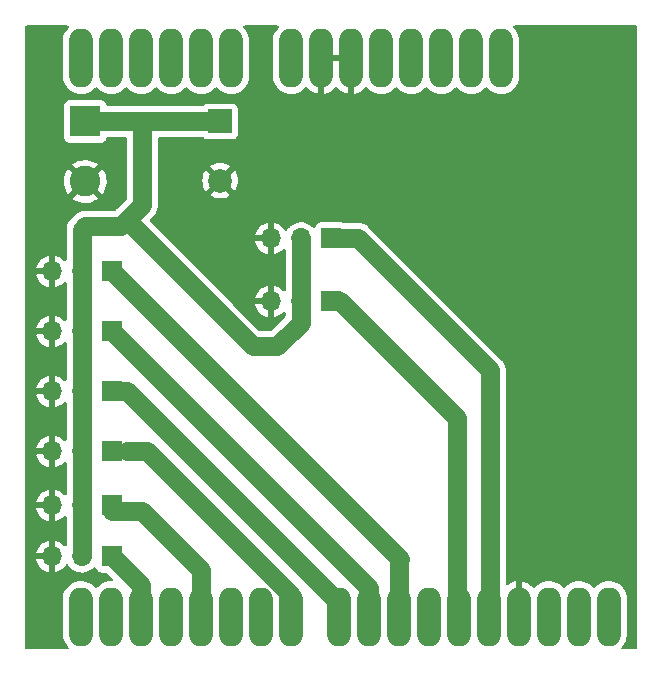
<source format=gbr>
%TF.GenerationSoftware,KiCad,Pcbnew,(6.0.10)*%
%TF.CreationDate,2023-02-13T14:00:59+04:00*%
%TF.ProjectId,servoShield,73657276-6f53-4686-9965-6c642e6b6963,rev?*%
%TF.SameCoordinates,Original*%
%TF.FileFunction,Copper,L2,Bot*%
%TF.FilePolarity,Positive*%
%FSLAX46Y46*%
G04 Gerber Fmt 4.6, Leading zero omitted, Abs format (unit mm)*
G04 Created by KiCad (PCBNEW (6.0.10)) date 2023-02-13 14:00:59*
%MOMM*%
%LPD*%
G01*
G04 APERTURE LIST*
%TA.AperFunction,ComponentPad*%
%ADD10R,1.700000X1.700000*%
%TD*%
%TA.AperFunction,ComponentPad*%
%ADD11O,1.700000X1.700000*%
%TD*%
%TA.AperFunction,ComponentPad*%
%ADD12R,2.000000X2.000000*%
%TD*%
%TA.AperFunction,ComponentPad*%
%ADD13C,2.000000*%
%TD*%
%TA.AperFunction,ComponentPad*%
%ADD14R,2.600000X2.600000*%
%TD*%
%TA.AperFunction,ComponentPad*%
%ADD15C,2.600000*%
%TD*%
%TA.AperFunction,ComponentPad*%
%ADD16O,2.040000X5.000000*%
%TD*%
%TA.AperFunction,Conductor*%
%ADD17C,1.600000*%
%TD*%
G04 APERTURE END LIST*
D10*
%TO.P,M3,1,PWM*%
%TO.N,Net-(A1-Pad22)*%
X118110000Y-63500000D03*
D11*
%TO.P,M3,2,+*%
%TO.N,Net-(BT1-Pad1)*%
X115570000Y-63500000D03*
%TO.P,M3,3,-*%
%TO.N,GND*%
X113030000Y-63500000D03*
%TD*%
D10*
%TO.P,M1,1,PWM*%
%TO.N,Net-(A1-Pad17)*%
X118095000Y-72390000D03*
D11*
%TO.P,M1,2,+*%
%TO.N,Net-(BT1-Pad1)*%
X115555000Y-72390000D03*
%TO.P,M1,3,-*%
%TO.N,GND*%
X113015000Y-72390000D03*
%TD*%
D10*
%TO.P,M2,1,PWM*%
%TO.N,Net-(A1-Pad19)*%
X118095000Y-68072000D03*
D11*
%TO.P,M2,2,+*%
%TO.N,Net-(BT1-Pad1)*%
X115555000Y-68072000D03*
%TO.P,M2,3,-*%
%TO.N,GND*%
X113015000Y-68072000D03*
%TD*%
D10*
%TO.P,M8,1,PWM*%
%TO.N,Net-(A1-Pad28)*%
X136637000Y-45466000D03*
D11*
%TO.P,M8,2,+*%
%TO.N,Net-(BT1-Pad1)*%
X134097000Y-45466000D03*
%TO.P,M8,3,-*%
%TO.N,GND*%
X131557000Y-45466000D03*
%TD*%
D10*
%TO.P,M4,1,PWM*%
%TO.N,Net-(A1-Pad23)*%
X118110000Y-58420000D03*
D11*
%TO.P,M4,2,+*%
%TO.N,Net-(BT1-Pad1)*%
X115570000Y-58420000D03*
%TO.P,M4,3,-*%
%TO.N,GND*%
X113030000Y-58420000D03*
%TD*%
D10*
%TO.P,M6,1,PWM*%
%TO.N,Net-(A1-Pad25)*%
X118110000Y-48260000D03*
D11*
%TO.P,M6,2,+*%
%TO.N,Net-(BT1-Pad1)*%
X115570000Y-48260000D03*
%TO.P,M6,3,-*%
%TO.N,GND*%
X113030000Y-48260000D03*
%TD*%
D10*
%TO.P,M7,1,PWM*%
%TO.N,Net-(A1-Pad27)*%
X136637000Y-50800000D03*
D11*
%TO.P,M7,2,+*%
%TO.N,Net-(BT1-Pad1)*%
X134097000Y-50800000D03*
%TO.P,M7,3,-*%
%TO.N,GND*%
X131557000Y-50800000D03*
%TD*%
D12*
%TO.P,C1,1*%
%TO.N,Net-(BT1-Pad1)*%
X127254000Y-35560000D03*
D13*
%TO.P,C1,2*%
%TO.N,GND*%
X127254000Y-40560000D03*
%TD*%
D14*
%TO.P,BT1,1,+*%
%TO.N,Net-(BT1-Pad1)*%
X115824000Y-35560000D03*
D15*
%TO.P,BT1,2,-*%
%TO.N,GND*%
X115824000Y-40640000D03*
%TD*%
D10*
%TO.P,M5,1,PWM*%
%TO.N,Net-(A1-Pad24)*%
X118110000Y-53340000D03*
D11*
%TO.P,M5,2,+*%
%TO.N,Net-(BT1-Pad1)*%
X115570000Y-53340000D03*
%TO.P,M5,3,-*%
%TO.N,GND*%
X113030000Y-53340000D03*
%TD*%
D16*
%TO.P,A1,1,NC*%
%TO.N,unconnected-(A1-Pad1)*%
X151026809Y-30218001D03*
%TO.P,A1,2,IOREF*%
%TO.N,unconnected-(A1-Pad2)*%
X148486809Y-30218001D03*
%TO.P,A1,3,~{RESET}*%
%TO.N,unconnected-(A1-Pad3)*%
X145946809Y-30218001D03*
%TO.P,A1,4,3V3*%
%TO.N,unconnected-(A1-Pad4)*%
X143406809Y-30218001D03*
%TO.P,A1,5,+5V*%
%TO.N,unconnected-(A1-Pad5)*%
X140866809Y-30218001D03*
%TO.P,A1,6,GND*%
%TO.N,GND*%
X138326809Y-30218001D03*
%TO.P,A1,7,GND*%
X135786809Y-30218001D03*
%TO.P,A1,8,VIN*%
%TO.N,unconnected-(A1-Pad8)*%
X133246809Y-30218001D03*
%TO.P,A1,9,A0*%
%TO.N,unconnected-(A1-Pad9)*%
X128166809Y-30218001D03*
%TO.P,A1,10,A1*%
%TO.N,unconnected-(A1-Pad10)*%
X125626809Y-30218001D03*
%TO.P,A1,11,A2*%
%TO.N,unconnected-(A1-Pad11)*%
X123086809Y-30218001D03*
%TO.P,A1,12,A3*%
%TO.N,unconnected-(A1-Pad12)*%
X120546809Y-30218001D03*
%TO.P,A1,13,SDA/A4*%
%TO.N,unconnected-(A1-Pad13)*%
X118006809Y-30218001D03*
%TO.P,A1,14,SCL/A5*%
%TO.N,unconnected-(A1-Pad14)*%
X115466809Y-30218001D03*
%TO.P,A1,15,D0/RX*%
%TO.N,unconnected-(A1-Pad15)*%
X115466809Y-77478001D03*
%TO.P,A1,16,D1/TX*%
%TO.N,unconnected-(A1-Pad16)*%
X118006809Y-77478001D03*
%TO.P,A1,17,D2*%
%TO.N,Net-(A1-Pad17)*%
X120546809Y-77478001D03*
%TO.P,A1,18,D3*%
%TO.N,unconnected-(A1-Pad18)*%
X123086809Y-77478001D03*
%TO.P,A1,19,D4*%
%TO.N,Net-(A1-Pad19)*%
X125626809Y-77478001D03*
%TO.P,A1,20,D5*%
%TO.N,unconnected-(A1-Pad20)*%
X128166809Y-77478001D03*
%TO.P,A1,21,D6*%
%TO.N,unconnected-(A1-Pad21)*%
X130706809Y-77478001D03*
%TO.P,A1,22,D7*%
%TO.N,Net-(A1-Pad22)*%
X133246809Y-77478001D03*
%TO.P,A1,23,D8*%
%TO.N,Net-(A1-Pad23)*%
X137306809Y-77478001D03*
%TO.P,A1,24,D9*%
%TO.N,Net-(A1-Pad24)*%
X139846809Y-77478001D03*
%TO.P,A1,25,D10*%
%TO.N,Net-(A1-Pad25)*%
X142386809Y-77478001D03*
%TO.P,A1,26,D11*%
%TO.N,unconnected-(A1-Pad26)*%
X144926809Y-77478001D03*
%TO.P,A1,27,D12*%
%TO.N,Net-(A1-Pad27)*%
X147466809Y-77478001D03*
%TO.P,A1,28,D13*%
%TO.N,Net-(A1-Pad28)*%
X150006809Y-77478001D03*
%TO.P,A1,29,GND*%
%TO.N,GND*%
X152546809Y-77478001D03*
%TO.P,A1,30,AREF*%
%TO.N,unconnected-(A1-Pad30)*%
X155086809Y-77478001D03*
%TO.P,A1,31,SDA/A4*%
%TO.N,unconnected-(A1-Pad31)*%
X157626809Y-77478001D03*
%TO.P,A1,32,SCL/A5*%
%TO.N,unconnected-(A1-Pad32)*%
X160166809Y-77478001D03*
%TD*%
D17*
%TO.N,Net-(BT1-Pad1)*%
X118872000Y-44450000D02*
X115824000Y-44450000D01*
X115824000Y-44450000D02*
X115555000Y-44719000D01*
X130048000Y-54610000D02*
X119380000Y-43942000D01*
X120650000Y-42672000D02*
X119888000Y-43434000D01*
X120650000Y-35560000D02*
X120650000Y-42672000D01*
X134097000Y-52593000D02*
X132080000Y-54610000D01*
X134097000Y-50800000D02*
X134097000Y-52593000D01*
X119380000Y-43942000D02*
X118872000Y-44450000D01*
X132080000Y-54610000D02*
X130048000Y-54610000D01*
X120650000Y-35560000D02*
X127254000Y-35560000D01*
X115824000Y-35560000D02*
X120650000Y-35560000D01*
X119888000Y-43434000D02*
X119380000Y-43942000D01*
X115555000Y-44719000D02*
X115555000Y-72390000D01*
X134097000Y-45466000D02*
X134097000Y-50800000D01*
%TO.N,Net-(A1-Pad17)*%
X120546809Y-77978001D02*
X120546809Y-74841809D01*
X120546809Y-74841809D02*
X118095000Y-72390000D01*
%TO.N,Net-(A1-Pad19)*%
X125626809Y-73556809D02*
X120650000Y-68580000D01*
X120650000Y-68580000D02*
X118110000Y-68580000D01*
X125626809Y-77978001D02*
X125626809Y-73556809D01*
%TO.N,Net-(A1-Pad22)*%
X119380000Y-63500000D02*
X121065519Y-63500000D01*
X121065519Y-63500000D02*
X133246809Y-75681290D01*
X133246809Y-75681290D02*
X133246809Y-77978001D01*
%TO.N,Net-(A1-Pad23)*%
X137306809Y-76346809D02*
X119380000Y-58420000D01*
X119380000Y-58420000D02*
X118110000Y-58420000D01*
X137306809Y-77978001D02*
X137306809Y-76346809D01*
%TO.N,Net-(A1-Pad24)*%
X139846809Y-75076809D02*
X118110000Y-53340000D01*
X139846809Y-77978001D02*
X139846809Y-75076809D01*
%TO.N,Net-(A1-Pad25)*%
X118110000Y-48260000D02*
X142494000Y-72644000D01*
X142386809Y-72751191D02*
X142386809Y-77978001D01*
X142494000Y-72644000D02*
X142386809Y-72751191D01*
%TO.N,Net-(A1-Pad27)*%
X137414000Y-50800000D02*
X136637000Y-50800000D01*
X147320000Y-60706000D02*
X137414000Y-50800000D01*
X147320000Y-77831192D02*
X147320000Y-60706000D01*
X147466809Y-77978001D02*
X147320000Y-77831192D01*
%TO.N,Net-(A1-Pad28)*%
X138938000Y-45466000D02*
X136637000Y-45466000D01*
X150114000Y-76454000D02*
X150114000Y-56642000D01*
X150006809Y-77978001D02*
X150006809Y-76561191D01*
X150006809Y-76561191D02*
X150114000Y-76454000D01*
X150114000Y-56642000D02*
X138938000Y-45466000D01*
%TD*%
%TA.AperFunction,Conductor*%
%TO.N,GND*%
G36*
X114374177Y-27452502D02*
G01*
X114420670Y-27506158D01*
X114430774Y-27576432D01*
X114401280Y-27641012D01*
X114392629Y-27650048D01*
X114330902Y-27708421D01*
X114327216Y-27711907D01*
X114324138Y-27715933D01*
X114324137Y-27715934D01*
X114260233Y-27799518D01*
X114177823Y-27907306D01*
X114061591Y-28124077D01*
X113981513Y-28356642D01*
X113939647Y-28599018D01*
X113938309Y-28628484D01*
X113938309Y-31759810D01*
X113938511Y-31762318D01*
X113938511Y-31762323D01*
X113944833Y-31840891D01*
X113953062Y-31943174D01*
X114011733Y-32182040D01*
X114107840Y-32408453D01*
X114238909Y-32616588D01*
X114401569Y-32801089D01*
X114591635Y-32957211D01*
X114596003Y-32959753D01*
X114799068Y-33077940D01*
X114804217Y-33080937D01*
X114808940Y-33082750D01*
X115029117Y-33167268D01*
X115029120Y-33167269D01*
X115033846Y-33169083D01*
X115274614Y-33219382D01*
X115279663Y-33219611D01*
X115279669Y-33219612D01*
X115391788Y-33224703D01*
X115520326Y-33230540D01*
X115525346Y-33229959D01*
X115525350Y-33229959D01*
X115759635Y-33202851D01*
X115759639Y-33202850D01*
X115764662Y-33202269D01*
X115769527Y-33200892D01*
X115769529Y-33200892D01*
X115996472Y-33136674D01*
X115996471Y-33136674D01*
X116001335Y-33135298D01*
X116224256Y-33031348D01*
X116228432Y-33028510D01*
X116228439Y-33028506D01*
X116423502Y-32895941D01*
X116423506Y-32895938D01*
X116427689Y-32893095D01*
X116606402Y-32724095D01*
X116637374Y-32683586D01*
X116694638Y-32641619D01*
X116765501Y-32637273D01*
X116831983Y-32676788D01*
X116941569Y-32801089D01*
X117131635Y-32957211D01*
X117136003Y-32959753D01*
X117339068Y-33077940D01*
X117344217Y-33080937D01*
X117348940Y-33082750D01*
X117569117Y-33167268D01*
X117569120Y-33167269D01*
X117573846Y-33169083D01*
X117814614Y-33219382D01*
X117819663Y-33219611D01*
X117819669Y-33219612D01*
X117931788Y-33224703D01*
X118060326Y-33230540D01*
X118065346Y-33229959D01*
X118065350Y-33229959D01*
X118299635Y-33202851D01*
X118299639Y-33202850D01*
X118304662Y-33202269D01*
X118309527Y-33200892D01*
X118309529Y-33200892D01*
X118536472Y-33136674D01*
X118536471Y-33136674D01*
X118541335Y-33135298D01*
X118764256Y-33031348D01*
X118768432Y-33028510D01*
X118768439Y-33028506D01*
X118963502Y-32895941D01*
X118963506Y-32895938D01*
X118967689Y-32893095D01*
X119146402Y-32724095D01*
X119177374Y-32683586D01*
X119234638Y-32641619D01*
X119305501Y-32637273D01*
X119371983Y-32676788D01*
X119481569Y-32801089D01*
X119671635Y-32957211D01*
X119676003Y-32959753D01*
X119879068Y-33077940D01*
X119884217Y-33080937D01*
X119888940Y-33082750D01*
X120109117Y-33167268D01*
X120109120Y-33167269D01*
X120113846Y-33169083D01*
X120354614Y-33219382D01*
X120359663Y-33219611D01*
X120359669Y-33219612D01*
X120471788Y-33224703D01*
X120600326Y-33230540D01*
X120605346Y-33229959D01*
X120605350Y-33229959D01*
X120839635Y-33202851D01*
X120839639Y-33202850D01*
X120844662Y-33202269D01*
X120849527Y-33200892D01*
X120849529Y-33200892D01*
X121076472Y-33136674D01*
X121076471Y-33136674D01*
X121081335Y-33135298D01*
X121304256Y-33031348D01*
X121308432Y-33028510D01*
X121308439Y-33028506D01*
X121503502Y-32895941D01*
X121503506Y-32895938D01*
X121507689Y-32893095D01*
X121686402Y-32724095D01*
X121717374Y-32683586D01*
X121774638Y-32641619D01*
X121845501Y-32637273D01*
X121911983Y-32676788D01*
X122021569Y-32801089D01*
X122211635Y-32957211D01*
X122216003Y-32959753D01*
X122419068Y-33077940D01*
X122424217Y-33080937D01*
X122428940Y-33082750D01*
X122649117Y-33167268D01*
X122649120Y-33167269D01*
X122653846Y-33169083D01*
X122894614Y-33219382D01*
X122899663Y-33219611D01*
X122899669Y-33219612D01*
X123011788Y-33224703D01*
X123140326Y-33230540D01*
X123145346Y-33229959D01*
X123145350Y-33229959D01*
X123379635Y-33202851D01*
X123379639Y-33202850D01*
X123384662Y-33202269D01*
X123389527Y-33200892D01*
X123389529Y-33200892D01*
X123616472Y-33136674D01*
X123616471Y-33136674D01*
X123621335Y-33135298D01*
X123844256Y-33031348D01*
X123848432Y-33028510D01*
X123848439Y-33028506D01*
X124043502Y-32895941D01*
X124043506Y-32895938D01*
X124047689Y-32893095D01*
X124226402Y-32724095D01*
X124257374Y-32683586D01*
X124314638Y-32641619D01*
X124385501Y-32637273D01*
X124451983Y-32676788D01*
X124561569Y-32801089D01*
X124751635Y-32957211D01*
X124756003Y-32959753D01*
X124959068Y-33077940D01*
X124964217Y-33080937D01*
X124968940Y-33082750D01*
X125189117Y-33167268D01*
X125189120Y-33167269D01*
X125193846Y-33169083D01*
X125434614Y-33219382D01*
X125439663Y-33219611D01*
X125439669Y-33219612D01*
X125551788Y-33224703D01*
X125680326Y-33230540D01*
X125685346Y-33229959D01*
X125685350Y-33229959D01*
X125919635Y-33202851D01*
X125919639Y-33202850D01*
X125924662Y-33202269D01*
X125929527Y-33200892D01*
X125929529Y-33200892D01*
X126156472Y-33136674D01*
X126156471Y-33136674D01*
X126161335Y-33135298D01*
X126384256Y-33031348D01*
X126388432Y-33028510D01*
X126388439Y-33028506D01*
X126583502Y-32895941D01*
X126583506Y-32895938D01*
X126587689Y-32893095D01*
X126766402Y-32724095D01*
X126797374Y-32683586D01*
X126854638Y-32641619D01*
X126925501Y-32637273D01*
X126991983Y-32676788D01*
X127101569Y-32801089D01*
X127291635Y-32957211D01*
X127296003Y-32959753D01*
X127499068Y-33077940D01*
X127504217Y-33080937D01*
X127508940Y-33082750D01*
X127729117Y-33167268D01*
X127729120Y-33167269D01*
X127733846Y-33169083D01*
X127974614Y-33219382D01*
X127979663Y-33219611D01*
X127979669Y-33219612D01*
X128091788Y-33224703D01*
X128220326Y-33230540D01*
X128225346Y-33229959D01*
X128225350Y-33229959D01*
X128459635Y-33202851D01*
X128459639Y-33202850D01*
X128464662Y-33202269D01*
X128469527Y-33200892D01*
X128469529Y-33200892D01*
X128696472Y-33136674D01*
X128696471Y-33136674D01*
X128701335Y-33135298D01*
X128924256Y-33031348D01*
X128928432Y-33028510D01*
X128928439Y-33028506D01*
X129123502Y-32895941D01*
X129123506Y-32895938D01*
X129127689Y-32893095D01*
X129306402Y-32724095D01*
X129337685Y-32683179D01*
X129452717Y-32532722D01*
X129452717Y-32532721D01*
X129455795Y-32528696D01*
X129572027Y-32311925D01*
X129652105Y-32079360D01*
X129693971Y-31836984D01*
X129695309Y-31807518D01*
X129695309Y-28676192D01*
X129695107Y-28673679D01*
X129680962Y-28497869D01*
X129680961Y-28497864D01*
X129680556Y-28492828D01*
X129621885Y-28253962D01*
X129525778Y-28027549D01*
X129394709Y-27819414D01*
X129303479Y-27715934D01*
X129238143Y-27641825D01*
X129208098Y-27577500D01*
X129217599Y-27507142D01*
X129263631Y-27453090D01*
X129332657Y-27432500D01*
X132086056Y-27432500D01*
X132154177Y-27452502D01*
X132200670Y-27506158D01*
X132210774Y-27576432D01*
X132181280Y-27641012D01*
X132172629Y-27650048D01*
X132110902Y-27708421D01*
X132107216Y-27711907D01*
X132104138Y-27715933D01*
X132104137Y-27715934D01*
X132040233Y-27799518D01*
X131957823Y-27907306D01*
X131841591Y-28124077D01*
X131761513Y-28356642D01*
X131719647Y-28599018D01*
X131718309Y-28628484D01*
X131718309Y-31759810D01*
X131718511Y-31762318D01*
X131718511Y-31762323D01*
X131724833Y-31840891D01*
X131733062Y-31943174D01*
X131791733Y-32182040D01*
X131887840Y-32408453D01*
X132018909Y-32616588D01*
X132181569Y-32801089D01*
X132371635Y-32957211D01*
X132376003Y-32959753D01*
X132579068Y-33077940D01*
X132584217Y-33080937D01*
X132588940Y-33082750D01*
X132809117Y-33167268D01*
X132809120Y-33167269D01*
X132813846Y-33169083D01*
X133054614Y-33219382D01*
X133059663Y-33219611D01*
X133059669Y-33219612D01*
X133171788Y-33224703D01*
X133300326Y-33230540D01*
X133305346Y-33229959D01*
X133305350Y-33229959D01*
X133539635Y-33202851D01*
X133539639Y-33202850D01*
X133544662Y-33202269D01*
X133549527Y-33200892D01*
X133549529Y-33200892D01*
X133776472Y-33136674D01*
X133776471Y-33136674D01*
X133781335Y-33135298D01*
X134004256Y-33031348D01*
X134008432Y-33028510D01*
X134008439Y-33028506D01*
X134203502Y-32895941D01*
X134203506Y-32895938D01*
X134207689Y-32893095D01*
X134386402Y-32724095D01*
X134417685Y-32683178D01*
X134474949Y-32641212D01*
X134545812Y-32636867D01*
X134612294Y-32676384D01*
X134718574Y-32796935D01*
X134725826Y-32803938D01*
X134908012Y-32953587D01*
X134916290Y-32959341D01*
X135120063Y-33077940D01*
X135129158Y-33082297D01*
X135349268Y-33166790D01*
X135358940Y-33169636D01*
X135515073Y-33202254D01*
X135529134Y-33201131D01*
X135532809Y-33191023D01*
X135532809Y-33188725D01*
X136040809Y-33188725D01*
X136044945Y-33202811D01*
X136057923Y-33204860D01*
X136079543Y-33202358D01*
X136089433Y-33200399D01*
X136316291Y-33136205D01*
X136325742Y-33132690D01*
X136539426Y-33033049D01*
X136548190Y-33028070D01*
X136743186Y-32895549D01*
X136751051Y-32889225D01*
X136922348Y-32727239D01*
X136929102Y-32719737D01*
X136957346Y-32682796D01*
X137014611Y-32640829D01*
X137085474Y-32636484D01*
X137151956Y-32676001D01*
X137258574Y-32796935D01*
X137265826Y-32803938D01*
X137448012Y-32953587D01*
X137456290Y-32959341D01*
X137660063Y-33077940D01*
X137669158Y-33082297D01*
X137889268Y-33166790D01*
X137898940Y-33169636D01*
X138055073Y-33202254D01*
X138069134Y-33201131D01*
X138072809Y-33191023D01*
X138072809Y-30490116D01*
X138068334Y-30474877D01*
X138066944Y-30473672D01*
X138059261Y-30472001D01*
X136058924Y-30472001D01*
X136043685Y-30476476D01*
X136042480Y-30477866D01*
X136040809Y-30485549D01*
X136040809Y-33188725D01*
X135532809Y-33188725D01*
X135532809Y-30090001D01*
X135552811Y-30021880D01*
X135606467Y-29975387D01*
X135658809Y-29964001D01*
X138454809Y-29964001D01*
X138522930Y-29984003D01*
X138569423Y-30037659D01*
X138580809Y-30090001D01*
X138580809Y-33188725D01*
X138584945Y-33202811D01*
X138597923Y-33204860D01*
X138619543Y-33202358D01*
X138629433Y-33200399D01*
X138856291Y-33136205D01*
X138865742Y-33132690D01*
X139079426Y-33033049D01*
X139088190Y-33028070D01*
X139283186Y-32895549D01*
X139291051Y-32889225D01*
X139462348Y-32727239D01*
X139469107Y-32719732D01*
X139497036Y-32683202D01*
X139554300Y-32641234D01*
X139625164Y-32636889D01*
X139691646Y-32676406D01*
X139801569Y-32801089D01*
X139991635Y-32957211D01*
X139996003Y-32959753D01*
X140199068Y-33077940D01*
X140204217Y-33080937D01*
X140208940Y-33082750D01*
X140429117Y-33167268D01*
X140429120Y-33167269D01*
X140433846Y-33169083D01*
X140674614Y-33219382D01*
X140679663Y-33219611D01*
X140679669Y-33219612D01*
X140791788Y-33224703D01*
X140920326Y-33230540D01*
X140925346Y-33229959D01*
X140925350Y-33229959D01*
X141159635Y-33202851D01*
X141159639Y-33202850D01*
X141164662Y-33202269D01*
X141169527Y-33200892D01*
X141169529Y-33200892D01*
X141396472Y-33136674D01*
X141396471Y-33136674D01*
X141401335Y-33135298D01*
X141624256Y-33031348D01*
X141628432Y-33028510D01*
X141628439Y-33028506D01*
X141823502Y-32895941D01*
X141823506Y-32895938D01*
X141827689Y-32893095D01*
X142006402Y-32724095D01*
X142037374Y-32683586D01*
X142094638Y-32641619D01*
X142165501Y-32637273D01*
X142231983Y-32676788D01*
X142341569Y-32801089D01*
X142531635Y-32957211D01*
X142536003Y-32959753D01*
X142739068Y-33077940D01*
X142744217Y-33080937D01*
X142748940Y-33082750D01*
X142969117Y-33167268D01*
X142969120Y-33167269D01*
X142973846Y-33169083D01*
X143214614Y-33219382D01*
X143219663Y-33219611D01*
X143219669Y-33219612D01*
X143331788Y-33224703D01*
X143460326Y-33230540D01*
X143465346Y-33229959D01*
X143465350Y-33229959D01*
X143699635Y-33202851D01*
X143699639Y-33202850D01*
X143704662Y-33202269D01*
X143709527Y-33200892D01*
X143709529Y-33200892D01*
X143936472Y-33136674D01*
X143936471Y-33136674D01*
X143941335Y-33135298D01*
X144164256Y-33031348D01*
X144168432Y-33028510D01*
X144168439Y-33028506D01*
X144363502Y-32895941D01*
X144363506Y-32895938D01*
X144367689Y-32893095D01*
X144546402Y-32724095D01*
X144577374Y-32683586D01*
X144634638Y-32641619D01*
X144705501Y-32637273D01*
X144771983Y-32676788D01*
X144881569Y-32801089D01*
X145071635Y-32957211D01*
X145076003Y-32959753D01*
X145279068Y-33077940D01*
X145284217Y-33080937D01*
X145288940Y-33082750D01*
X145509117Y-33167268D01*
X145509120Y-33167269D01*
X145513846Y-33169083D01*
X145754614Y-33219382D01*
X145759663Y-33219611D01*
X145759669Y-33219612D01*
X145871788Y-33224703D01*
X146000326Y-33230540D01*
X146005346Y-33229959D01*
X146005350Y-33229959D01*
X146239635Y-33202851D01*
X146239639Y-33202850D01*
X146244662Y-33202269D01*
X146249527Y-33200892D01*
X146249529Y-33200892D01*
X146476472Y-33136674D01*
X146476471Y-33136674D01*
X146481335Y-33135298D01*
X146704256Y-33031348D01*
X146708432Y-33028510D01*
X146708439Y-33028506D01*
X146903502Y-32895941D01*
X146903506Y-32895938D01*
X146907689Y-32893095D01*
X147086402Y-32724095D01*
X147117374Y-32683586D01*
X147174638Y-32641619D01*
X147245501Y-32637273D01*
X147311983Y-32676788D01*
X147421569Y-32801089D01*
X147611635Y-32957211D01*
X147616003Y-32959753D01*
X147819068Y-33077940D01*
X147824217Y-33080937D01*
X147828940Y-33082750D01*
X148049117Y-33167268D01*
X148049120Y-33167269D01*
X148053846Y-33169083D01*
X148294614Y-33219382D01*
X148299663Y-33219611D01*
X148299669Y-33219612D01*
X148411788Y-33224703D01*
X148540326Y-33230540D01*
X148545346Y-33229959D01*
X148545350Y-33229959D01*
X148779635Y-33202851D01*
X148779639Y-33202850D01*
X148784662Y-33202269D01*
X148789527Y-33200892D01*
X148789529Y-33200892D01*
X149016472Y-33136674D01*
X149016471Y-33136674D01*
X149021335Y-33135298D01*
X149244256Y-33031348D01*
X149248432Y-33028510D01*
X149248439Y-33028506D01*
X149443502Y-32895941D01*
X149443506Y-32895938D01*
X149447689Y-32893095D01*
X149626402Y-32724095D01*
X149657374Y-32683586D01*
X149714638Y-32641619D01*
X149785501Y-32637273D01*
X149851983Y-32676788D01*
X149961569Y-32801089D01*
X150151635Y-32957211D01*
X150156003Y-32959753D01*
X150359068Y-33077940D01*
X150364217Y-33080937D01*
X150368940Y-33082750D01*
X150589117Y-33167268D01*
X150589120Y-33167269D01*
X150593846Y-33169083D01*
X150834614Y-33219382D01*
X150839663Y-33219611D01*
X150839669Y-33219612D01*
X150951788Y-33224703D01*
X151080326Y-33230540D01*
X151085346Y-33229959D01*
X151085350Y-33229959D01*
X151319635Y-33202851D01*
X151319639Y-33202850D01*
X151324662Y-33202269D01*
X151329527Y-33200892D01*
X151329529Y-33200892D01*
X151556472Y-33136674D01*
X151556471Y-33136674D01*
X151561335Y-33135298D01*
X151784256Y-33031348D01*
X151788432Y-33028510D01*
X151788439Y-33028506D01*
X151983502Y-32895941D01*
X151983506Y-32895938D01*
X151987689Y-32893095D01*
X152166402Y-32724095D01*
X152197685Y-32683179D01*
X152312717Y-32532722D01*
X152312717Y-32532721D01*
X152315795Y-32528696D01*
X152432027Y-32311925D01*
X152512105Y-32079360D01*
X152553971Y-31836984D01*
X152555309Y-31807518D01*
X152555309Y-28676192D01*
X152555107Y-28673679D01*
X152540962Y-28497869D01*
X152540961Y-28497864D01*
X152540556Y-28492828D01*
X152481885Y-28253962D01*
X152385778Y-28027549D01*
X152254709Y-27819414D01*
X152163479Y-27715934D01*
X152098143Y-27641825D01*
X152068098Y-27577500D01*
X152077599Y-27507142D01*
X152123631Y-27453090D01*
X152192657Y-27432500D01*
X162433500Y-27432500D01*
X162501621Y-27452502D01*
X162548114Y-27506158D01*
X162559500Y-27558500D01*
X162559500Y-80137500D01*
X162539498Y-80205621D01*
X162485842Y-80252114D01*
X162433500Y-80263500D01*
X161327564Y-80263500D01*
X161259443Y-80243498D01*
X161212950Y-80189842D01*
X161202846Y-80119568D01*
X161232340Y-80054988D01*
X161240991Y-80045952D01*
X161302716Y-79987581D01*
X161302718Y-79987579D01*
X161306402Y-79984095D01*
X161337685Y-79943179D01*
X161452717Y-79792722D01*
X161452717Y-79792721D01*
X161455795Y-79788696D01*
X161572027Y-79571925D01*
X161652105Y-79339360D01*
X161693971Y-79096984D01*
X161695309Y-79067518D01*
X161695309Y-75936192D01*
X161692548Y-75901877D01*
X161680962Y-75757869D01*
X161680961Y-75757864D01*
X161680556Y-75752828D01*
X161621885Y-75513962D01*
X161525778Y-75287549D01*
X161435499Y-75144187D01*
X161397405Y-75083695D01*
X161397404Y-75083694D01*
X161394709Y-75079414D01*
X161232049Y-74894913D01*
X161041983Y-74738791D01*
X160911681Y-74662953D01*
X160833769Y-74617607D01*
X160833767Y-74617606D01*
X160829401Y-74615065D01*
X160824678Y-74613252D01*
X160604501Y-74528734D01*
X160604498Y-74528733D01*
X160599772Y-74526919D01*
X160359004Y-74476620D01*
X160353955Y-74476391D01*
X160353949Y-74476390D01*
X160241830Y-74471299D01*
X160113292Y-74465462D01*
X160108272Y-74466043D01*
X160108268Y-74466043D01*
X159873983Y-74493151D01*
X159873979Y-74493152D01*
X159868956Y-74493733D01*
X159864091Y-74495110D01*
X159864089Y-74495110D01*
X159727739Y-74533693D01*
X159632283Y-74560704D01*
X159409362Y-74664654D01*
X159405186Y-74667492D01*
X159405179Y-74667496D01*
X159210116Y-74800061D01*
X159210112Y-74800064D01*
X159205929Y-74802907D01*
X159027216Y-74971907D01*
X158996245Y-75012416D01*
X158938980Y-75054383D01*
X158868117Y-75058729D01*
X158801635Y-75019214D01*
X158692049Y-74894913D01*
X158501983Y-74738791D01*
X158371681Y-74662953D01*
X158293769Y-74617607D01*
X158293767Y-74617606D01*
X158289401Y-74615065D01*
X158284678Y-74613252D01*
X158064501Y-74528734D01*
X158064498Y-74528733D01*
X158059772Y-74526919D01*
X157819004Y-74476620D01*
X157813955Y-74476391D01*
X157813949Y-74476390D01*
X157701830Y-74471299D01*
X157573292Y-74465462D01*
X157568272Y-74466043D01*
X157568268Y-74466043D01*
X157333983Y-74493151D01*
X157333979Y-74493152D01*
X157328956Y-74493733D01*
X157324091Y-74495110D01*
X157324089Y-74495110D01*
X157187739Y-74533693D01*
X157092283Y-74560704D01*
X156869362Y-74664654D01*
X156865186Y-74667492D01*
X156865179Y-74667496D01*
X156670116Y-74800061D01*
X156670112Y-74800064D01*
X156665929Y-74802907D01*
X156487216Y-74971907D01*
X156456245Y-75012416D01*
X156398980Y-75054383D01*
X156328117Y-75058729D01*
X156261635Y-75019214D01*
X156152049Y-74894913D01*
X155961983Y-74738791D01*
X155831681Y-74662953D01*
X155753769Y-74617607D01*
X155753767Y-74617606D01*
X155749401Y-74615065D01*
X155744678Y-74613252D01*
X155524501Y-74528734D01*
X155524498Y-74528733D01*
X155519772Y-74526919D01*
X155279004Y-74476620D01*
X155273955Y-74476391D01*
X155273949Y-74476390D01*
X155161830Y-74471299D01*
X155033292Y-74465462D01*
X155028272Y-74466043D01*
X155028268Y-74466043D01*
X154793983Y-74493151D01*
X154793979Y-74493152D01*
X154788956Y-74493733D01*
X154784091Y-74495110D01*
X154784089Y-74495110D01*
X154647739Y-74533693D01*
X154552283Y-74560704D01*
X154329362Y-74664654D01*
X154325186Y-74667492D01*
X154325179Y-74667496D01*
X154130116Y-74800061D01*
X154130112Y-74800064D01*
X154125929Y-74802907D01*
X153947216Y-74971907D01*
X153916245Y-75012416D01*
X153915934Y-75012823D01*
X153858669Y-75054790D01*
X153787806Y-75059135D01*
X153721324Y-75019618D01*
X153615044Y-74899067D01*
X153607792Y-74892064D01*
X153425606Y-74742415D01*
X153417328Y-74736661D01*
X153213555Y-74618062D01*
X153204460Y-74613705D01*
X152984350Y-74529212D01*
X152974678Y-74526366D01*
X152818545Y-74493748D01*
X152804484Y-74494871D01*
X152800809Y-74504979D01*
X152800809Y-77606001D01*
X152780807Y-77674122D01*
X152727151Y-77720615D01*
X152674809Y-77732001D01*
X152418809Y-77732001D01*
X152350688Y-77711999D01*
X152304195Y-77658343D01*
X152292809Y-77606001D01*
X152292809Y-74507277D01*
X152288673Y-74493191D01*
X152275695Y-74491142D01*
X152254075Y-74493644D01*
X152244185Y-74495603D01*
X152017327Y-74559797D01*
X152007876Y-74563312D01*
X151794192Y-74662953D01*
X151785428Y-74667932D01*
X151619323Y-74780818D01*
X151551739Y-74802564D01*
X151483126Y-74784320D01*
X151435270Y-74731877D01*
X151422500Y-74676606D01*
X151422500Y-56527521D01*
X151413497Y-56476461D01*
X151412062Y-56465564D01*
X151408022Y-56419393D01*
X151407543Y-56413913D01*
X151405364Y-56405783D01*
X151394125Y-56363834D01*
X151391746Y-56353105D01*
X151383697Y-56307458D01*
X151382742Y-56302042D01*
X151365005Y-56253308D01*
X151361701Y-56242828D01*
X151349706Y-56198065D01*
X151348284Y-56192757D01*
X151326372Y-56145765D01*
X151322166Y-56135611D01*
X151304434Y-56086892D01*
X151278509Y-56041988D01*
X151273436Y-56032244D01*
X151251523Y-55985251D01*
X151248368Y-55980745D01*
X151248365Y-55980740D01*
X151221784Y-55942777D01*
X151215880Y-55933510D01*
X151192709Y-55893379D01*
X151189955Y-55888609D01*
X151186415Y-55884390D01*
X151186412Y-55884386D01*
X151156630Y-55848893D01*
X151149938Y-55840173D01*
X151123357Y-55802211D01*
X151123355Y-55802208D01*
X151120198Y-55797700D01*
X139782300Y-44459802D01*
X139777792Y-44456645D01*
X139777789Y-44456643D01*
X139739827Y-44430062D01*
X139731107Y-44423370D01*
X139695612Y-44393586D01*
X139695606Y-44393582D01*
X139691391Y-44390045D01*
X139686627Y-44387295D01*
X139686622Y-44387291D01*
X139646494Y-44364124D01*
X139637220Y-44358216D01*
X139599259Y-44331635D01*
X139594749Y-44328477D01*
X139589764Y-44326152D01*
X139589758Y-44326149D01*
X139547750Y-44306561D01*
X139538005Y-44301488D01*
X139493108Y-44275567D01*
X139444389Y-44257834D01*
X139434234Y-44253628D01*
X139432327Y-44252739D01*
X139387243Y-44231716D01*
X139337139Y-44218290D01*
X139326699Y-44214998D01*
X139277959Y-44197258D01*
X139247219Y-44191838D01*
X139226888Y-44188253D01*
X139216163Y-44185875D01*
X139166087Y-44172457D01*
X139114435Y-44167938D01*
X139103538Y-44166503D01*
X139052479Y-44157500D01*
X137735513Y-44157500D01*
X137691284Y-44149482D01*
X137604711Y-44117027D01*
X137604709Y-44117027D01*
X137597316Y-44114255D01*
X137589468Y-44113402D01*
X137589466Y-44113402D01*
X137538531Y-44107869D01*
X137535134Y-44107500D01*
X135738866Y-44107500D01*
X135676684Y-44114255D01*
X135540295Y-44165385D01*
X135423739Y-44252739D01*
X135336385Y-44369295D01*
X135333233Y-44377703D01*
X135291919Y-44487907D01*
X135249277Y-44544671D01*
X135182716Y-44569371D01*
X135113367Y-44554163D01*
X135080743Y-44528476D01*
X135030151Y-44472875D01*
X135030142Y-44472866D01*
X135026670Y-44469051D01*
X135022619Y-44465852D01*
X135022615Y-44465848D01*
X134855414Y-44333800D01*
X134855410Y-44333798D01*
X134851359Y-44330598D01*
X134815028Y-44310542D01*
X134798621Y-44301485D01*
X134655789Y-44222638D01*
X134650920Y-44220914D01*
X134650916Y-44220912D01*
X134450087Y-44149795D01*
X134450083Y-44149794D01*
X134445212Y-44148069D01*
X134440119Y-44147162D01*
X134440116Y-44147161D01*
X134230373Y-44109800D01*
X134230367Y-44109799D01*
X134225284Y-44108894D01*
X134151452Y-44107992D01*
X134007081Y-44106228D01*
X134007079Y-44106228D01*
X134001911Y-44106165D01*
X133781091Y-44139955D01*
X133568756Y-44209357D01*
X133528535Y-44230295D01*
X133386492Y-44304238D01*
X133370607Y-44312507D01*
X133366474Y-44315610D01*
X133366471Y-44315612D01*
X133206763Y-44435524D01*
X133191965Y-44446635D01*
X133166541Y-44473240D01*
X133098280Y-44544671D01*
X133037629Y-44608138D01*
X133034715Y-44612410D01*
X133034714Y-44612411D01*
X132929898Y-44766066D01*
X132874987Y-44811069D01*
X132804462Y-44819240D01*
X132740715Y-44787986D01*
X132720018Y-44763502D01*
X132639426Y-44638926D01*
X132633136Y-44630757D01*
X132489806Y-44473240D01*
X132482273Y-44466215D01*
X132315139Y-44334222D01*
X132306552Y-44328517D01*
X132120117Y-44225599D01*
X132110705Y-44221369D01*
X131909959Y-44150280D01*
X131899988Y-44147646D01*
X131828837Y-44134972D01*
X131815540Y-44136432D01*
X131811000Y-44150989D01*
X131811000Y-46784517D01*
X131815064Y-46798359D01*
X131828478Y-46800393D01*
X131835184Y-46799534D01*
X131845262Y-46797392D01*
X132049255Y-46736191D01*
X132058842Y-46732433D01*
X132250095Y-46638739D01*
X132258945Y-46633464D01*
X132432328Y-46509792D01*
X132440200Y-46503139D01*
X132573560Y-46370242D01*
X132635931Y-46336325D01*
X132706738Y-46341513D01*
X132763499Y-46384159D01*
X132788194Y-46450722D01*
X132788500Y-46459492D01*
X132788500Y-49809810D01*
X132768498Y-49877931D01*
X132714842Y-49924424D01*
X132644568Y-49934528D01*
X132579988Y-49905034D01*
X132569307Y-49894610D01*
X132489806Y-49807240D01*
X132482273Y-49800215D01*
X132315139Y-49668222D01*
X132306552Y-49662517D01*
X132120117Y-49559599D01*
X132110705Y-49555369D01*
X131909959Y-49484280D01*
X131899988Y-49481646D01*
X131828837Y-49468972D01*
X131815540Y-49470432D01*
X131811000Y-49484989D01*
X131811000Y-52118517D01*
X131815064Y-52132359D01*
X131828478Y-52134393D01*
X131835184Y-52133534D01*
X131845262Y-52131392D01*
X132049255Y-52070191D01*
X132058842Y-52066433D01*
X132250095Y-51972739D01*
X132258945Y-51967464D01*
X132432328Y-51843792D01*
X132440200Y-51837139D01*
X132573560Y-51704242D01*
X132635931Y-51670325D01*
X132706738Y-51675513D01*
X132763499Y-51718159D01*
X132788194Y-51784722D01*
X132788500Y-51793492D01*
X132788500Y-51998812D01*
X132768498Y-52066933D01*
X132751595Y-52087907D01*
X131574907Y-53264595D01*
X131512595Y-53298621D01*
X131485812Y-53301500D01*
X130642189Y-53301500D01*
X130574068Y-53281498D01*
X130553094Y-53264595D01*
X128356465Y-51067966D01*
X130225257Y-51067966D01*
X130255565Y-51202446D01*
X130258645Y-51212275D01*
X130338770Y-51409603D01*
X130343413Y-51418794D01*
X130454694Y-51600388D01*
X130460777Y-51608699D01*
X130600213Y-51769667D01*
X130607580Y-51776883D01*
X130771434Y-51912916D01*
X130779881Y-51918831D01*
X130963756Y-52026279D01*
X130973042Y-52030729D01*
X131172001Y-52106703D01*
X131181899Y-52109579D01*
X131285250Y-52130606D01*
X131299299Y-52129410D01*
X131303000Y-52119065D01*
X131303000Y-51072115D01*
X131298525Y-51056876D01*
X131297135Y-51055671D01*
X131289452Y-51054000D01*
X130240225Y-51054000D01*
X130226694Y-51057973D01*
X130225257Y-51067966D01*
X128356465Y-51067966D01*
X127822682Y-50534183D01*
X130221389Y-50534183D01*
X130222912Y-50542607D01*
X130235292Y-50546000D01*
X131284885Y-50546000D01*
X131300124Y-50541525D01*
X131301329Y-50540135D01*
X131303000Y-50532452D01*
X131303000Y-49483102D01*
X131299082Y-49469758D01*
X131284806Y-49467771D01*
X131246324Y-49473660D01*
X131236288Y-49476051D01*
X131033868Y-49542212D01*
X131024359Y-49546209D01*
X130835463Y-49644542D01*
X130826738Y-49650036D01*
X130656433Y-49777905D01*
X130648726Y-49784748D01*
X130501590Y-49938717D01*
X130495104Y-49946727D01*
X130375098Y-50122649D01*
X130370000Y-50131623D01*
X130280338Y-50324783D01*
X130276775Y-50334470D01*
X130221389Y-50534183D01*
X127822682Y-50534183D01*
X123022464Y-45733966D01*
X130225257Y-45733966D01*
X130255565Y-45868446D01*
X130258645Y-45878275D01*
X130338770Y-46075603D01*
X130343413Y-46084794D01*
X130454694Y-46266388D01*
X130460777Y-46274699D01*
X130600213Y-46435667D01*
X130607580Y-46442883D01*
X130771434Y-46578916D01*
X130779881Y-46584831D01*
X130963756Y-46692279D01*
X130973042Y-46696729D01*
X131172001Y-46772703D01*
X131181899Y-46775579D01*
X131285250Y-46796606D01*
X131299299Y-46795410D01*
X131303000Y-46785065D01*
X131303000Y-45738115D01*
X131298525Y-45722876D01*
X131297135Y-45721671D01*
X131289452Y-45720000D01*
X130240225Y-45720000D01*
X130226694Y-45723973D01*
X130225257Y-45733966D01*
X123022464Y-45733966D01*
X122488681Y-45200183D01*
X130221389Y-45200183D01*
X130222912Y-45208607D01*
X130235292Y-45212000D01*
X131284885Y-45212000D01*
X131300124Y-45207525D01*
X131301329Y-45206135D01*
X131303000Y-45198452D01*
X131303000Y-44149102D01*
X131299082Y-44135758D01*
X131284806Y-44133771D01*
X131246324Y-44139660D01*
X131236288Y-44142051D01*
X131033868Y-44208212D01*
X131024359Y-44212209D01*
X130835463Y-44310542D01*
X130826738Y-44316036D01*
X130656433Y-44443905D01*
X130648726Y-44450748D01*
X130501590Y-44604717D01*
X130495104Y-44612727D01*
X130375098Y-44788649D01*
X130370000Y-44797623D01*
X130280338Y-44990783D01*
X130276775Y-45000470D01*
X130221389Y-45200183D01*
X122488681Y-45200183D01*
X121319593Y-44031095D01*
X121285567Y-43968783D01*
X121290632Y-43897968D01*
X121319593Y-43852905D01*
X121656198Y-43516300D01*
X121678566Y-43484356D01*
X121685938Y-43473827D01*
X121692630Y-43465107D01*
X121722412Y-43429614D01*
X121722415Y-43429610D01*
X121725955Y-43425391D01*
X121732495Y-43414063D01*
X121751880Y-43380490D01*
X121757784Y-43371223D01*
X121784365Y-43333260D01*
X121784368Y-43333255D01*
X121787523Y-43328749D01*
X121809439Y-43281750D01*
X121814512Y-43272006D01*
X121837685Y-43231869D01*
X121840434Y-43227108D01*
X121858167Y-43178387D01*
X121862372Y-43168235D01*
X121881960Y-43126227D01*
X121881960Y-43126226D01*
X121884284Y-43121243D01*
X121897701Y-43071172D01*
X121901005Y-43060692D01*
X121916860Y-43017128D01*
X121918742Y-43011958D01*
X121927746Y-42960895D01*
X121930125Y-42950166D01*
X121942118Y-42905405D01*
X121943543Y-42900087D01*
X121948062Y-42848436D01*
X121949497Y-42837539D01*
X121957544Y-42791900D01*
X121958500Y-42786479D01*
X121958500Y-41792670D01*
X126386160Y-41792670D01*
X126391887Y-41800320D01*
X126563042Y-41905205D01*
X126571837Y-41909687D01*
X126781988Y-41996734D01*
X126791373Y-41999783D01*
X127012554Y-42052885D01*
X127022301Y-42054428D01*
X127249070Y-42072275D01*
X127258930Y-42072275D01*
X127485699Y-42054428D01*
X127495446Y-42052885D01*
X127716627Y-41999783D01*
X127726012Y-41996734D01*
X127936163Y-41909687D01*
X127944958Y-41905205D01*
X128112445Y-41802568D01*
X128121907Y-41792110D01*
X128118124Y-41783334D01*
X127266812Y-40932022D01*
X127252868Y-40924408D01*
X127251035Y-40924539D01*
X127244420Y-40928790D01*
X126392920Y-41780290D01*
X126386160Y-41792670D01*
X121958500Y-41792670D01*
X121958500Y-40564930D01*
X125741725Y-40564930D01*
X125759572Y-40791699D01*
X125761115Y-40801446D01*
X125814217Y-41022627D01*
X125817266Y-41032012D01*
X125904313Y-41242163D01*
X125908795Y-41250958D01*
X126011432Y-41418445D01*
X126021890Y-41427907D01*
X126030666Y-41424124D01*
X126881978Y-40572812D01*
X126888356Y-40561132D01*
X127618408Y-40561132D01*
X127618539Y-40562965D01*
X127622790Y-40569580D01*
X128474290Y-41421080D01*
X128486670Y-41427840D01*
X128494320Y-41422113D01*
X128599205Y-41250958D01*
X128603687Y-41242163D01*
X128690734Y-41032012D01*
X128693783Y-41022627D01*
X128746885Y-40801446D01*
X128748428Y-40791699D01*
X128766275Y-40564930D01*
X128766275Y-40555070D01*
X128748428Y-40328301D01*
X128746885Y-40318554D01*
X128693783Y-40097373D01*
X128690734Y-40087988D01*
X128603687Y-39877837D01*
X128599205Y-39869042D01*
X128496568Y-39701555D01*
X128486110Y-39692093D01*
X128477334Y-39695876D01*
X127626022Y-40547188D01*
X127618408Y-40561132D01*
X126888356Y-40561132D01*
X126889592Y-40558868D01*
X126889461Y-40557035D01*
X126885210Y-40550420D01*
X126033710Y-39698920D01*
X126021330Y-39692160D01*
X126013680Y-39697887D01*
X125908795Y-39869042D01*
X125904313Y-39877837D01*
X125817266Y-40087988D01*
X125814217Y-40097373D01*
X125761115Y-40318554D01*
X125759572Y-40328301D01*
X125741725Y-40555070D01*
X125741725Y-40564930D01*
X121958500Y-40564930D01*
X121958500Y-39327890D01*
X126386093Y-39327890D01*
X126389876Y-39336666D01*
X127241188Y-40187978D01*
X127255132Y-40195592D01*
X127256965Y-40195461D01*
X127263580Y-40191210D01*
X128115080Y-39339710D01*
X128121840Y-39327330D01*
X128116113Y-39319680D01*
X127944958Y-39214795D01*
X127936163Y-39210313D01*
X127726012Y-39123266D01*
X127716627Y-39120217D01*
X127495446Y-39067115D01*
X127485699Y-39065572D01*
X127258930Y-39047725D01*
X127249070Y-39047725D01*
X127022301Y-39065572D01*
X127012554Y-39067115D01*
X126791373Y-39120217D01*
X126781988Y-39123266D01*
X126571837Y-39210313D01*
X126563042Y-39214795D01*
X126395555Y-39317432D01*
X126386093Y-39327890D01*
X121958500Y-39327890D01*
X121958500Y-36994500D01*
X121978502Y-36926379D01*
X122032158Y-36879886D01*
X122084500Y-36868500D01*
X125786671Y-36868500D01*
X125854792Y-36888502D01*
X125878332Y-36910407D01*
X125879008Y-36909731D01*
X125885358Y-36916081D01*
X125890739Y-36923261D01*
X126007295Y-37010615D01*
X126143684Y-37061745D01*
X126205866Y-37068500D01*
X128302134Y-37068500D01*
X128364316Y-37061745D01*
X128500705Y-37010615D01*
X128617261Y-36923261D01*
X128704615Y-36806705D01*
X128755745Y-36670316D01*
X128762500Y-36608134D01*
X128762500Y-34511866D01*
X128755745Y-34449684D01*
X128704615Y-34313295D01*
X128617261Y-34196739D01*
X128500705Y-34109385D01*
X128364316Y-34058255D01*
X128302134Y-34051500D01*
X126205866Y-34051500D01*
X126143684Y-34058255D01*
X126007295Y-34109385D01*
X125890739Y-34196739D01*
X125885358Y-34203919D01*
X125879008Y-34210269D01*
X125877373Y-34208634D01*
X125830641Y-34243579D01*
X125786671Y-34251500D01*
X120712634Y-34251500D01*
X120701652Y-34251021D01*
X120655475Y-34246981D01*
X120650000Y-34246502D01*
X120644525Y-34246981D01*
X120598348Y-34251021D01*
X120587366Y-34251500D01*
X117748493Y-34251500D01*
X117680372Y-34231498D01*
X117633879Y-34177842D01*
X117626457Y-34156237D01*
X117625745Y-34149684D01*
X117622972Y-34142285D01*
X117577767Y-34021703D01*
X117574615Y-34013295D01*
X117487261Y-33896739D01*
X117370705Y-33809385D01*
X117234316Y-33758255D01*
X117172134Y-33751500D01*
X114475866Y-33751500D01*
X114413684Y-33758255D01*
X114277295Y-33809385D01*
X114160739Y-33896739D01*
X114073385Y-34013295D01*
X114022255Y-34149684D01*
X114015500Y-34211866D01*
X114015500Y-36908134D01*
X114022255Y-36970316D01*
X114073385Y-37106705D01*
X114160739Y-37223261D01*
X114277295Y-37310615D01*
X114413684Y-37361745D01*
X114475866Y-37368500D01*
X117172134Y-37368500D01*
X117234316Y-37361745D01*
X117370705Y-37310615D01*
X117487261Y-37223261D01*
X117574615Y-37106705D01*
X117580120Y-37092022D01*
X117622972Y-36977714D01*
X117622973Y-36977711D01*
X117625745Y-36970316D01*
X117626372Y-36964547D01*
X117661126Y-36903709D01*
X117724081Y-36870887D01*
X117748493Y-36868500D01*
X119215500Y-36868500D01*
X119283621Y-36888502D01*
X119330114Y-36942158D01*
X119341500Y-36994500D01*
X119341500Y-42077812D01*
X119321498Y-42145933D01*
X119304595Y-42166907D01*
X119003167Y-42468335D01*
X119003145Y-42468356D01*
X118499036Y-42972466D01*
X118490931Y-42979892D01*
X118455430Y-43009681D01*
X118455425Y-43009686D01*
X118451217Y-43013217D01*
X118447686Y-43017425D01*
X118447681Y-43017430D01*
X118417892Y-43052931D01*
X118410466Y-43061035D01*
X118366906Y-43104595D01*
X118304594Y-43138621D01*
X118277811Y-43141500D01*
X115766873Y-43141500D01*
X115766866Y-43141501D01*
X115709521Y-43141501D01*
X115658460Y-43150504D01*
X115647563Y-43151938D01*
X115595913Y-43156457D01*
X115590598Y-43157881D01*
X115590593Y-43157882D01*
X115545834Y-43169875D01*
X115535104Y-43172254D01*
X115489462Y-43180302D01*
X115489461Y-43180302D01*
X115484041Y-43181258D01*
X115435301Y-43198998D01*
X115424861Y-43202290D01*
X115374757Y-43215716D01*
X115328841Y-43237127D01*
X115327766Y-43237628D01*
X115317611Y-43241834D01*
X115268892Y-43259567D01*
X115223995Y-43285488D01*
X115214250Y-43290561D01*
X115172242Y-43310149D01*
X115172236Y-43310152D01*
X115167251Y-43312477D01*
X115144013Y-43328749D01*
X115124780Y-43342216D01*
X115115506Y-43348124D01*
X115075378Y-43371291D01*
X115075373Y-43371295D01*
X115070609Y-43374045D01*
X115066398Y-43377578D01*
X115066393Y-43377582D01*
X115030896Y-43407369D01*
X115022172Y-43414063D01*
X114984207Y-43440645D01*
X114984198Y-43440652D01*
X114979700Y-43443802D01*
X114939167Y-43484335D01*
X114939145Y-43484356D01*
X114710700Y-43712802D01*
X114548802Y-43874700D01*
X114545647Y-43879206D01*
X114545646Y-43879207D01*
X114519062Y-43917173D01*
X114512370Y-43925893D01*
X114482586Y-43961388D01*
X114482582Y-43961394D01*
X114479045Y-43965609D01*
X114476295Y-43970373D01*
X114476291Y-43970378D01*
X114453124Y-44010506D01*
X114447219Y-44019776D01*
X114417477Y-44062251D01*
X114415152Y-44067236D01*
X114415149Y-44067242D01*
X114395561Y-44109250D01*
X114390488Y-44118995D01*
X114364567Y-44163892D01*
X114362686Y-44169060D01*
X114346834Y-44212612D01*
X114342628Y-44222766D01*
X114320716Y-44269757D01*
X114307290Y-44319861D01*
X114303998Y-44330301D01*
X114286258Y-44379041D01*
X114280838Y-44409781D01*
X114277253Y-44430112D01*
X114274875Y-44440837D01*
X114261457Y-44490913D01*
X114260978Y-44496392D01*
X114256938Y-44542565D01*
X114255503Y-44553461D01*
X114246500Y-44604521D01*
X114246500Y-47253326D01*
X114226498Y-47321447D01*
X114172842Y-47367940D01*
X114102568Y-47378044D01*
X114037988Y-47348550D01*
X114027306Y-47338126D01*
X113962799Y-47267234D01*
X113955273Y-47260215D01*
X113788139Y-47128222D01*
X113779552Y-47122517D01*
X113593117Y-47019599D01*
X113583705Y-47015369D01*
X113382959Y-46944280D01*
X113372988Y-46941646D01*
X113301837Y-46928972D01*
X113288540Y-46930432D01*
X113284000Y-46944989D01*
X113284000Y-49578517D01*
X113288064Y-49592359D01*
X113301478Y-49594393D01*
X113308184Y-49593534D01*
X113318262Y-49591392D01*
X113522255Y-49530191D01*
X113531842Y-49526433D01*
X113723095Y-49432739D01*
X113731945Y-49427464D01*
X113905328Y-49303792D01*
X113913200Y-49297139D01*
X114031560Y-49179190D01*
X114093931Y-49145273D01*
X114164738Y-49150461D01*
X114221499Y-49193107D01*
X114246194Y-49259670D01*
X114246500Y-49268440D01*
X114246500Y-52333326D01*
X114226498Y-52401447D01*
X114172842Y-52447940D01*
X114102568Y-52458044D01*
X114037988Y-52428550D01*
X114027306Y-52418126D01*
X113962799Y-52347234D01*
X113955273Y-52340215D01*
X113788139Y-52208222D01*
X113779552Y-52202517D01*
X113593117Y-52099599D01*
X113583705Y-52095369D01*
X113382959Y-52024280D01*
X113372988Y-52021646D01*
X113301837Y-52008972D01*
X113288540Y-52010432D01*
X113284000Y-52024989D01*
X113284000Y-54658517D01*
X113288064Y-54672359D01*
X113301478Y-54674393D01*
X113308184Y-54673534D01*
X113318262Y-54671392D01*
X113522255Y-54610191D01*
X113531842Y-54606433D01*
X113723095Y-54512739D01*
X113731945Y-54507464D01*
X113905328Y-54383792D01*
X113913200Y-54377139D01*
X114031560Y-54259190D01*
X114093931Y-54225273D01*
X114164738Y-54230461D01*
X114221499Y-54273107D01*
X114246194Y-54339670D01*
X114246500Y-54348440D01*
X114246500Y-57413326D01*
X114226498Y-57481447D01*
X114172842Y-57527940D01*
X114102568Y-57538044D01*
X114037988Y-57508550D01*
X114027306Y-57498126D01*
X113962799Y-57427234D01*
X113955273Y-57420215D01*
X113788139Y-57288222D01*
X113779552Y-57282517D01*
X113593117Y-57179599D01*
X113583705Y-57175369D01*
X113382959Y-57104280D01*
X113372988Y-57101646D01*
X113301837Y-57088972D01*
X113288540Y-57090432D01*
X113284000Y-57104989D01*
X113284000Y-59738517D01*
X113288064Y-59752359D01*
X113301478Y-59754393D01*
X113308184Y-59753534D01*
X113318262Y-59751392D01*
X113522255Y-59690191D01*
X113531842Y-59686433D01*
X113723095Y-59592739D01*
X113731945Y-59587464D01*
X113905328Y-59463792D01*
X113913200Y-59457139D01*
X114031560Y-59339190D01*
X114093931Y-59305273D01*
X114164738Y-59310461D01*
X114221499Y-59353107D01*
X114246194Y-59419670D01*
X114246500Y-59428440D01*
X114246500Y-62493326D01*
X114226498Y-62561447D01*
X114172842Y-62607940D01*
X114102568Y-62618044D01*
X114037988Y-62588550D01*
X114027306Y-62578126D01*
X113962799Y-62507234D01*
X113955273Y-62500215D01*
X113788139Y-62368222D01*
X113779552Y-62362517D01*
X113593117Y-62259599D01*
X113583705Y-62255369D01*
X113382959Y-62184280D01*
X113372988Y-62181646D01*
X113301837Y-62168972D01*
X113288540Y-62170432D01*
X113284000Y-62184989D01*
X113284000Y-64818517D01*
X113288064Y-64832359D01*
X113301478Y-64834393D01*
X113308184Y-64833534D01*
X113318262Y-64831392D01*
X113522255Y-64770191D01*
X113531842Y-64766433D01*
X113723095Y-64672739D01*
X113731945Y-64667464D01*
X113905328Y-64543792D01*
X113913200Y-64537139D01*
X114031560Y-64419190D01*
X114093931Y-64385273D01*
X114164738Y-64390461D01*
X114221499Y-64433107D01*
X114246194Y-64499670D01*
X114246500Y-64508440D01*
X114246500Y-67081810D01*
X114226498Y-67149931D01*
X114172842Y-67196424D01*
X114102568Y-67206528D01*
X114037988Y-67177034D01*
X114027307Y-67166610D01*
X113947806Y-67079240D01*
X113940273Y-67072215D01*
X113773139Y-66940222D01*
X113764552Y-66934517D01*
X113578117Y-66831599D01*
X113568705Y-66827369D01*
X113367959Y-66756280D01*
X113357988Y-66753646D01*
X113286837Y-66740972D01*
X113273540Y-66742432D01*
X113269000Y-66756989D01*
X113269000Y-69390517D01*
X113273064Y-69404359D01*
X113286478Y-69406393D01*
X113293184Y-69405534D01*
X113303262Y-69403392D01*
X113507255Y-69342191D01*
X113516842Y-69338433D01*
X113708095Y-69244739D01*
X113716945Y-69239464D01*
X113890328Y-69115792D01*
X113898200Y-69109139D01*
X114031560Y-68976242D01*
X114093931Y-68942325D01*
X114164738Y-68947513D01*
X114221499Y-68990159D01*
X114246194Y-69056722D01*
X114246500Y-69065492D01*
X114246500Y-71399810D01*
X114226498Y-71467931D01*
X114172842Y-71514424D01*
X114102568Y-71524528D01*
X114037988Y-71495034D01*
X114027307Y-71484610D01*
X113947806Y-71397240D01*
X113940273Y-71390215D01*
X113773139Y-71258222D01*
X113764552Y-71252517D01*
X113578117Y-71149599D01*
X113568705Y-71145369D01*
X113367959Y-71074280D01*
X113357988Y-71071646D01*
X113286837Y-71058972D01*
X113273540Y-71060432D01*
X113269000Y-71074989D01*
X113269000Y-73708517D01*
X113273064Y-73722359D01*
X113286478Y-73724393D01*
X113293184Y-73723534D01*
X113303262Y-73721392D01*
X113507255Y-73660191D01*
X113516842Y-73656433D01*
X113708095Y-73562739D01*
X113716945Y-73557464D01*
X113890328Y-73433792D01*
X113898200Y-73427139D01*
X114049052Y-73276812D01*
X114055730Y-73268965D01*
X114183022Y-73091819D01*
X114184279Y-73092722D01*
X114231373Y-73049362D01*
X114301311Y-73037145D01*
X114366751Y-73064678D01*
X114394579Y-73096511D01*
X114401354Y-73107566D01*
X114454987Y-73195088D01*
X114601250Y-73363938D01*
X114773126Y-73506632D01*
X114966000Y-73619338D01*
X115174692Y-73699030D01*
X115179760Y-73700061D01*
X115179763Y-73700062D01*
X115274862Y-73719410D01*
X115393597Y-73743567D01*
X115398772Y-73743757D01*
X115398774Y-73743757D01*
X115611673Y-73751564D01*
X115611677Y-73751564D01*
X115616837Y-73751753D01*
X115621957Y-73751097D01*
X115621959Y-73751097D01*
X115833288Y-73724025D01*
X115833289Y-73724025D01*
X115838416Y-73723368D01*
X115843366Y-73721883D01*
X116047429Y-73660661D01*
X116047434Y-73660659D01*
X116052384Y-73659174D01*
X116252994Y-73560896D01*
X116434860Y-73431173D01*
X116543091Y-73323319D01*
X116605462Y-73289404D01*
X116676268Y-73294592D01*
X116733030Y-73337238D01*
X116750012Y-73368341D01*
X116779813Y-73447834D01*
X116794385Y-73486705D01*
X116881739Y-73603261D01*
X116998295Y-73690615D01*
X117134684Y-73741745D01*
X117196866Y-73748500D01*
X117550812Y-73748500D01*
X117618933Y-73768502D01*
X117639907Y-73785405D01*
X118107706Y-74253204D01*
X118141732Y-74315516D01*
X118136667Y-74386331D01*
X118094120Y-74443167D01*
X118027600Y-74467978D01*
X118012901Y-74468169D01*
X117953292Y-74465462D01*
X117948272Y-74466043D01*
X117948268Y-74466043D01*
X117713983Y-74493151D01*
X117713979Y-74493152D01*
X117708956Y-74493733D01*
X117704091Y-74495110D01*
X117704089Y-74495110D01*
X117567739Y-74533693D01*
X117472283Y-74560704D01*
X117249362Y-74664654D01*
X117245186Y-74667492D01*
X117245179Y-74667496D01*
X117050116Y-74800061D01*
X117050112Y-74800064D01*
X117045929Y-74802907D01*
X116867216Y-74971907D01*
X116836245Y-75012416D01*
X116778980Y-75054383D01*
X116708117Y-75058729D01*
X116641635Y-75019214D01*
X116532049Y-74894913D01*
X116341983Y-74738791D01*
X116211681Y-74662953D01*
X116133769Y-74617607D01*
X116133767Y-74617606D01*
X116129401Y-74615065D01*
X116124678Y-74613252D01*
X115904501Y-74528734D01*
X115904498Y-74528733D01*
X115899772Y-74526919D01*
X115659004Y-74476620D01*
X115653955Y-74476391D01*
X115653949Y-74476390D01*
X115541830Y-74471299D01*
X115413292Y-74465462D01*
X115408272Y-74466043D01*
X115408268Y-74466043D01*
X115173983Y-74493151D01*
X115173979Y-74493152D01*
X115168956Y-74493733D01*
X115164091Y-74495110D01*
X115164089Y-74495110D01*
X115027739Y-74533693D01*
X114932283Y-74560704D01*
X114709362Y-74664654D01*
X114705186Y-74667492D01*
X114705179Y-74667496D01*
X114510116Y-74800061D01*
X114510112Y-74800064D01*
X114505929Y-74802907D01*
X114327216Y-74971907D01*
X114324138Y-74975933D01*
X114324137Y-74975934D01*
X114247922Y-75075620D01*
X114177823Y-75167306D01*
X114061591Y-75384077D01*
X113981513Y-75616642D01*
X113939647Y-75859018D01*
X113939467Y-75862975D01*
X113939467Y-75862978D01*
X113938932Y-75874774D01*
X113938309Y-75888484D01*
X113938309Y-79019810D01*
X113938511Y-79022318D01*
X113938511Y-79022323D01*
X113944833Y-79100891D01*
X113953062Y-79203174D01*
X114011733Y-79442040D01*
X114107840Y-79668453D01*
X114238909Y-79876588D01*
X114242254Y-79880382D01*
X114395473Y-80054175D01*
X114425518Y-80118500D01*
X114416017Y-80188858D01*
X114369985Y-80242910D01*
X114300959Y-80263500D01*
X110870500Y-80263500D01*
X110802379Y-80243498D01*
X110755886Y-80189842D01*
X110744500Y-80137500D01*
X110744500Y-72657966D01*
X111683257Y-72657966D01*
X111713565Y-72792446D01*
X111716645Y-72802275D01*
X111796770Y-72999603D01*
X111801413Y-73008794D01*
X111912694Y-73190388D01*
X111918777Y-73198699D01*
X112058213Y-73359667D01*
X112065580Y-73366883D01*
X112229434Y-73502916D01*
X112237881Y-73508831D01*
X112421756Y-73616279D01*
X112431042Y-73620729D01*
X112630001Y-73696703D01*
X112639899Y-73699579D01*
X112743250Y-73720606D01*
X112757299Y-73719410D01*
X112761000Y-73709065D01*
X112761000Y-72662115D01*
X112756525Y-72646876D01*
X112755135Y-72645671D01*
X112747452Y-72644000D01*
X111698225Y-72644000D01*
X111684694Y-72647973D01*
X111683257Y-72657966D01*
X110744500Y-72657966D01*
X110744500Y-72124183D01*
X111679389Y-72124183D01*
X111680912Y-72132607D01*
X111693292Y-72136000D01*
X112742885Y-72136000D01*
X112758124Y-72131525D01*
X112759329Y-72130135D01*
X112761000Y-72122452D01*
X112761000Y-71073102D01*
X112757082Y-71059758D01*
X112742806Y-71057771D01*
X112704324Y-71063660D01*
X112694288Y-71066051D01*
X112491868Y-71132212D01*
X112482359Y-71136209D01*
X112293463Y-71234542D01*
X112284738Y-71240036D01*
X112114433Y-71367905D01*
X112106726Y-71374748D01*
X111959590Y-71528717D01*
X111953104Y-71536727D01*
X111833098Y-71712649D01*
X111828000Y-71721623D01*
X111738338Y-71914783D01*
X111734775Y-71924470D01*
X111679389Y-72124183D01*
X110744500Y-72124183D01*
X110744500Y-68339966D01*
X111683257Y-68339966D01*
X111713565Y-68474446D01*
X111716645Y-68484275D01*
X111796770Y-68681603D01*
X111801413Y-68690794D01*
X111912694Y-68872388D01*
X111918777Y-68880699D01*
X112058213Y-69041667D01*
X112065580Y-69048883D01*
X112229434Y-69184916D01*
X112237881Y-69190831D01*
X112421756Y-69298279D01*
X112431042Y-69302729D01*
X112630001Y-69378703D01*
X112639899Y-69381579D01*
X112743250Y-69402606D01*
X112757299Y-69401410D01*
X112761000Y-69391065D01*
X112761000Y-68344115D01*
X112756525Y-68328876D01*
X112755135Y-68327671D01*
X112747452Y-68326000D01*
X111698225Y-68326000D01*
X111684694Y-68329973D01*
X111683257Y-68339966D01*
X110744500Y-68339966D01*
X110744500Y-67806183D01*
X111679389Y-67806183D01*
X111680912Y-67814607D01*
X111693292Y-67818000D01*
X112742885Y-67818000D01*
X112758124Y-67813525D01*
X112759329Y-67812135D01*
X112761000Y-67804452D01*
X112761000Y-66755102D01*
X112757082Y-66741758D01*
X112742806Y-66739771D01*
X112704324Y-66745660D01*
X112694288Y-66748051D01*
X112491868Y-66814212D01*
X112482359Y-66818209D01*
X112293463Y-66916542D01*
X112284738Y-66922036D01*
X112114433Y-67049905D01*
X112106726Y-67056748D01*
X111959590Y-67210717D01*
X111953104Y-67218727D01*
X111833098Y-67394649D01*
X111828000Y-67403623D01*
X111738338Y-67596783D01*
X111734775Y-67606470D01*
X111679389Y-67806183D01*
X110744500Y-67806183D01*
X110744500Y-63767966D01*
X111698257Y-63767966D01*
X111728565Y-63902446D01*
X111731645Y-63912275D01*
X111811770Y-64109603D01*
X111816413Y-64118794D01*
X111927694Y-64300388D01*
X111933777Y-64308699D01*
X112073213Y-64469667D01*
X112080580Y-64476883D01*
X112244434Y-64612916D01*
X112252881Y-64618831D01*
X112436756Y-64726279D01*
X112446042Y-64730729D01*
X112645001Y-64806703D01*
X112654899Y-64809579D01*
X112758250Y-64830606D01*
X112772299Y-64829410D01*
X112776000Y-64819065D01*
X112776000Y-63772115D01*
X112771525Y-63756876D01*
X112770135Y-63755671D01*
X112762452Y-63754000D01*
X111713225Y-63754000D01*
X111699694Y-63757973D01*
X111698257Y-63767966D01*
X110744500Y-63767966D01*
X110744500Y-63234183D01*
X111694389Y-63234183D01*
X111695912Y-63242607D01*
X111708292Y-63246000D01*
X112757885Y-63246000D01*
X112773124Y-63241525D01*
X112774329Y-63240135D01*
X112776000Y-63232452D01*
X112776000Y-62183102D01*
X112772082Y-62169758D01*
X112757806Y-62167771D01*
X112719324Y-62173660D01*
X112709288Y-62176051D01*
X112506868Y-62242212D01*
X112497359Y-62246209D01*
X112308463Y-62344542D01*
X112299738Y-62350036D01*
X112129433Y-62477905D01*
X112121726Y-62484748D01*
X111974590Y-62638717D01*
X111968104Y-62646727D01*
X111848098Y-62822649D01*
X111843000Y-62831623D01*
X111753338Y-63024783D01*
X111749775Y-63034470D01*
X111694389Y-63234183D01*
X110744500Y-63234183D01*
X110744500Y-58687966D01*
X111698257Y-58687966D01*
X111728565Y-58822446D01*
X111731645Y-58832275D01*
X111811770Y-59029603D01*
X111816413Y-59038794D01*
X111927694Y-59220388D01*
X111933777Y-59228699D01*
X112073213Y-59389667D01*
X112080580Y-59396883D01*
X112244434Y-59532916D01*
X112252881Y-59538831D01*
X112436756Y-59646279D01*
X112446042Y-59650729D01*
X112645001Y-59726703D01*
X112654899Y-59729579D01*
X112758250Y-59750606D01*
X112772299Y-59749410D01*
X112776000Y-59739065D01*
X112776000Y-58692115D01*
X112771525Y-58676876D01*
X112770135Y-58675671D01*
X112762452Y-58674000D01*
X111713225Y-58674000D01*
X111699694Y-58677973D01*
X111698257Y-58687966D01*
X110744500Y-58687966D01*
X110744500Y-58154183D01*
X111694389Y-58154183D01*
X111695912Y-58162607D01*
X111708292Y-58166000D01*
X112757885Y-58166000D01*
X112773124Y-58161525D01*
X112774329Y-58160135D01*
X112776000Y-58152452D01*
X112776000Y-57103102D01*
X112772082Y-57089758D01*
X112757806Y-57087771D01*
X112719324Y-57093660D01*
X112709288Y-57096051D01*
X112506868Y-57162212D01*
X112497359Y-57166209D01*
X112308463Y-57264542D01*
X112299738Y-57270036D01*
X112129433Y-57397905D01*
X112121726Y-57404748D01*
X111974590Y-57558717D01*
X111968104Y-57566727D01*
X111848098Y-57742649D01*
X111843000Y-57751623D01*
X111753338Y-57944783D01*
X111749775Y-57954470D01*
X111694389Y-58154183D01*
X110744500Y-58154183D01*
X110744500Y-53607966D01*
X111698257Y-53607966D01*
X111728565Y-53742446D01*
X111731645Y-53752275D01*
X111811770Y-53949603D01*
X111816413Y-53958794D01*
X111927694Y-54140388D01*
X111933777Y-54148699D01*
X112073213Y-54309667D01*
X112080580Y-54316883D01*
X112244434Y-54452916D01*
X112252881Y-54458831D01*
X112436756Y-54566279D01*
X112446042Y-54570729D01*
X112645001Y-54646703D01*
X112654899Y-54649579D01*
X112758250Y-54670606D01*
X112772299Y-54669410D01*
X112776000Y-54659065D01*
X112776000Y-53612115D01*
X112771525Y-53596876D01*
X112770135Y-53595671D01*
X112762452Y-53594000D01*
X111713225Y-53594000D01*
X111699694Y-53597973D01*
X111698257Y-53607966D01*
X110744500Y-53607966D01*
X110744500Y-53074183D01*
X111694389Y-53074183D01*
X111695912Y-53082607D01*
X111708292Y-53086000D01*
X112757885Y-53086000D01*
X112773124Y-53081525D01*
X112774329Y-53080135D01*
X112776000Y-53072452D01*
X112776000Y-52023102D01*
X112772082Y-52009758D01*
X112757806Y-52007771D01*
X112719324Y-52013660D01*
X112709288Y-52016051D01*
X112506868Y-52082212D01*
X112497359Y-52086209D01*
X112308463Y-52184542D01*
X112299738Y-52190036D01*
X112129433Y-52317905D01*
X112121726Y-52324748D01*
X111974590Y-52478717D01*
X111968104Y-52486727D01*
X111848098Y-52662649D01*
X111843000Y-52671623D01*
X111753338Y-52864783D01*
X111749775Y-52874470D01*
X111694389Y-53074183D01*
X110744500Y-53074183D01*
X110744500Y-48527966D01*
X111698257Y-48527966D01*
X111728565Y-48662446D01*
X111731645Y-48672275D01*
X111811770Y-48869603D01*
X111816413Y-48878794D01*
X111927694Y-49060388D01*
X111933777Y-49068699D01*
X112073213Y-49229667D01*
X112080580Y-49236883D01*
X112244434Y-49372916D01*
X112252881Y-49378831D01*
X112436756Y-49486279D01*
X112446042Y-49490729D01*
X112645001Y-49566703D01*
X112654899Y-49569579D01*
X112758250Y-49590606D01*
X112772299Y-49589410D01*
X112776000Y-49579065D01*
X112776000Y-48532115D01*
X112771525Y-48516876D01*
X112770135Y-48515671D01*
X112762452Y-48514000D01*
X111713225Y-48514000D01*
X111699694Y-48517973D01*
X111698257Y-48527966D01*
X110744500Y-48527966D01*
X110744500Y-47994183D01*
X111694389Y-47994183D01*
X111695912Y-48002607D01*
X111708292Y-48006000D01*
X112757885Y-48006000D01*
X112773124Y-48001525D01*
X112774329Y-48000135D01*
X112776000Y-47992452D01*
X112776000Y-46943102D01*
X112772082Y-46929758D01*
X112757806Y-46927771D01*
X112719324Y-46933660D01*
X112709288Y-46936051D01*
X112506868Y-47002212D01*
X112497359Y-47006209D01*
X112308463Y-47104542D01*
X112299738Y-47110036D01*
X112129433Y-47237905D01*
X112121726Y-47244748D01*
X111974590Y-47398717D01*
X111968104Y-47406727D01*
X111848098Y-47582649D01*
X111843000Y-47591623D01*
X111753338Y-47784783D01*
X111749775Y-47794470D01*
X111694389Y-47994183D01*
X110744500Y-47994183D01*
X110744500Y-42084906D01*
X114743839Y-42084906D01*
X114752553Y-42096427D01*
X114859452Y-42174809D01*
X114867351Y-42179745D01*
X115096905Y-42300519D01*
X115105454Y-42304236D01*
X115350327Y-42389749D01*
X115359336Y-42392163D01*
X115614166Y-42440544D01*
X115623423Y-42441598D01*
X115882607Y-42451783D01*
X115891921Y-42451457D01*
X116149753Y-42423220D01*
X116158930Y-42421519D01*
X116409758Y-42355481D01*
X116418574Y-42352445D01*
X116656880Y-42250062D01*
X116665167Y-42245748D01*
X116885718Y-42109266D01*
X116893268Y-42103780D01*
X116898559Y-42099301D01*
X116906997Y-42086497D01*
X116900935Y-42076145D01*
X115836812Y-41012022D01*
X115822868Y-41004408D01*
X115821035Y-41004539D01*
X115814420Y-41008790D01*
X114750497Y-42072713D01*
X114743839Y-42084906D01*
X110744500Y-42084906D01*
X110744500Y-40597211D01*
X114011775Y-40597211D01*
X114024220Y-40856288D01*
X114025356Y-40865543D01*
X114075961Y-41119945D01*
X114078449Y-41128917D01*
X114166095Y-41373033D01*
X114169895Y-41381568D01*
X114292658Y-41610042D01*
X114297666Y-41617904D01*
X114367720Y-41711716D01*
X114378979Y-41720165D01*
X114391397Y-41713393D01*
X115451978Y-40652812D01*
X115458356Y-40641132D01*
X116188408Y-40641132D01*
X116188539Y-40642965D01*
X116192790Y-40649580D01*
X117260094Y-41716884D01*
X117272474Y-41723644D01*
X117280815Y-41717400D01*
X117414832Y-41509048D01*
X117419275Y-41500864D01*
X117525807Y-41264370D01*
X117528997Y-41255605D01*
X117599402Y-41005972D01*
X117601262Y-40996830D01*
X117634187Y-40738019D01*
X117634668Y-40731733D01*
X117636987Y-40643160D01*
X117636836Y-40636851D01*
X117617501Y-40376663D01*
X117616125Y-40367457D01*
X117558878Y-40114467D01*
X117556154Y-40105556D01*
X117462143Y-39863806D01*
X117458132Y-39855397D01*
X117329422Y-39630202D01*
X117324211Y-39622476D01*
X117280996Y-39567658D01*
X117269071Y-39559187D01*
X117257537Y-39565673D01*
X116196022Y-40627188D01*
X116188408Y-40641132D01*
X115458356Y-40641132D01*
X115459592Y-40638868D01*
X115459461Y-40637035D01*
X115455210Y-40630420D01*
X114389816Y-39565026D01*
X114376507Y-39557758D01*
X114366472Y-39564878D01*
X114350937Y-39583556D01*
X114345531Y-39591135D01*
X114210965Y-39812891D01*
X114206736Y-39821192D01*
X114106432Y-40060389D01*
X114103471Y-40069239D01*
X114039628Y-40320625D01*
X114038006Y-40329822D01*
X114012020Y-40587885D01*
X114011775Y-40597211D01*
X110744500Y-40597211D01*
X110744500Y-39192689D01*
X114741102Y-39192689D01*
X114745675Y-39202465D01*
X115811188Y-40267978D01*
X115825132Y-40275592D01*
X115826965Y-40275461D01*
X115833580Y-40271210D01*
X116898349Y-39206441D01*
X116904733Y-39194751D01*
X116895321Y-39182641D01*
X116748045Y-39080471D01*
X116740010Y-39075738D01*
X116507376Y-38961016D01*
X116498743Y-38957528D01*
X116251703Y-38878450D01*
X116242643Y-38876274D01*
X115986630Y-38834580D01*
X115977343Y-38833768D01*
X115717992Y-38830373D01*
X115708681Y-38830943D01*
X115451682Y-38865919D01*
X115442546Y-38867860D01*
X115193543Y-38940439D01*
X115184800Y-38943707D01*
X114949252Y-39052296D01*
X114941097Y-39056816D01*
X114750240Y-39181947D01*
X114741102Y-39192689D01*
X110744500Y-39192689D01*
X110744500Y-27558500D01*
X110764502Y-27490379D01*
X110818158Y-27443886D01*
X110870500Y-27432500D01*
X114306056Y-27432500D01*
X114374177Y-27452502D01*
G37*
%TD.AperFunction*%
%TD*%
M02*

</source>
